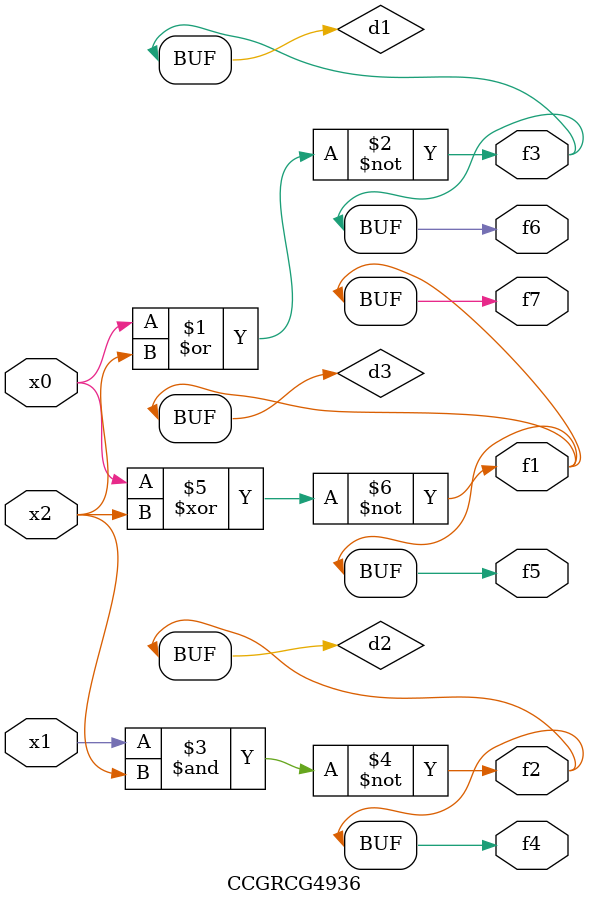
<source format=v>
module CCGRCG4936(
	input x0, x1, x2,
	output f1, f2, f3, f4, f5, f6, f7
);

	wire d1, d2, d3;

	nor (d1, x0, x2);
	nand (d2, x1, x2);
	xnor (d3, x0, x2);
	assign f1 = d3;
	assign f2 = d2;
	assign f3 = d1;
	assign f4 = d2;
	assign f5 = d3;
	assign f6 = d1;
	assign f7 = d3;
endmodule

</source>
